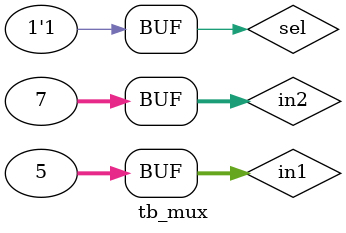
<source format=v>
module bit32_2to1mux(out,sel,in1,in2);
	input[31:0] in1,in2;
	output reg[31:0] out;
	input sel;
	
	always @ (sel)
	begin
		if(!sel)
			out = in1;
		else
			out = in2;
	end

endmodule

module tb_mux;

	reg[31:0] in1,in2;
	wire[31:0] out;
	reg sel;
	bit32_2to1mux mymux(out,sel,in1,in2);
	initial
	begin
	#1 in1 = 32'd5;	in2 = 32'd7; sel = 1'b0;
	#1 sel = 1'b1;
	end
	
	initial
	$monitor(" %b %d %d %d",sel,in1,in2,out);
endmodule

</source>
